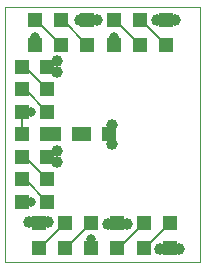
<source format=gtl>
G75*
%MOIN*%
%OFA0B0*%
%FSLAX24Y24*%
%IPPOS*%
%LPD*%
%AMOC8*
5,1,8,0,0,1.08239X$1,22.5*
%
%ADD10C,0.0000*%
%ADD11R,0.0472X0.0472*%
%ADD12C,0.0397*%
%ADD13C,0.0060*%
%ADD14C,0.0317*%
D10*
X002392Y002517D02*
X002392Y011017D01*
X008892Y011017D01*
X008892Y002517D01*
X002392Y002517D01*
D11*
X003517Y002978D03*
X003517Y003805D03*
X003805Y004517D03*
X003805Y005267D03*
X003805Y006017D03*
X003805Y006767D03*
X004041Y006767D03*
X003805Y007517D03*
X003805Y008267D03*
X003805Y009017D03*
X003392Y009728D03*
X002978Y009017D03*
X002978Y008267D03*
X002978Y007517D03*
X002978Y006767D03*
X002978Y006017D03*
X002978Y005267D03*
X002978Y004517D03*
X004392Y003805D03*
X004392Y002978D03*
X005267Y002978D03*
X005267Y003805D03*
X006142Y003805D03*
X006142Y002978D03*
X007017Y002978D03*
X007017Y003805D03*
X007892Y003805D03*
X007892Y002978D03*
X005868Y006767D03*
X005041Y006767D03*
X004868Y006767D03*
X005142Y009728D03*
X005142Y010555D03*
X004267Y010555D03*
X004267Y009728D03*
X003392Y010555D03*
X006017Y010555D03*
X006017Y009728D03*
X006892Y009728D03*
X006892Y010555D03*
X007767Y010555D03*
X007767Y009728D03*
D12*
X008079Y010579D03*
X007454Y010579D03*
X005454Y010579D03*
X004892Y010579D03*
X004142Y009204D03*
X004142Y008829D03*
X005954Y007079D03*
X005954Y006454D03*
X004142Y006204D03*
X004142Y005829D03*
X003829Y003829D03*
X003204Y003829D03*
X005829Y003767D03*
X006454Y003767D03*
X007579Y002954D03*
X008204Y002954D03*
D13*
X007916Y002954D01*
X007892Y002978D01*
X007868Y002954D01*
X007579Y002954D01*
X007065Y002978D02*
X007892Y003805D01*
X007017Y003805D02*
X006190Y002978D01*
X006142Y002978D01*
X006180Y003767D02*
X006142Y003805D01*
X006103Y003767D01*
X005829Y003767D01*
X006180Y003767D02*
X006454Y003767D01*
X007017Y002978D02*
X007065Y002978D01*
X005267Y002978D02*
X005267Y003267D01*
X005267Y003805D02*
X004440Y002978D01*
X004392Y002978D01*
X003565Y002978D02*
X004392Y003805D01*
X003829Y003829D02*
X003541Y003829D01*
X003517Y003805D01*
X003493Y003829D01*
X003204Y003829D01*
X003267Y004517D02*
X002978Y004517D01*
X002978Y005267D02*
X003055Y005267D01*
X003805Y004517D01*
X003805Y005267D02*
X003055Y006017D01*
X002978Y006017D01*
X002978Y006767D02*
X002978Y007517D01*
X003267Y007517D01*
X003805Y007517D02*
X003055Y008267D01*
X002978Y008267D01*
X002978Y009017D02*
X003055Y009017D01*
X003805Y008267D01*
X003993Y008829D02*
X003805Y009017D01*
X003993Y008829D02*
X004142Y008829D01*
X004142Y009204D01*
X004267Y009728D02*
X003440Y010555D01*
X003392Y010555D01*
X003392Y010017D02*
X003392Y009728D01*
X004267Y010555D02*
X004315Y010555D01*
X005142Y009728D01*
X005142Y010555D02*
X005166Y010579D01*
X005454Y010579D01*
X005142Y010555D02*
X005118Y010579D01*
X004892Y010579D01*
X006017Y010555D02*
X006065Y010555D01*
X006892Y009728D01*
X006892Y010555D02*
X006940Y010555D01*
X007767Y009728D01*
X007767Y010555D02*
X007791Y010579D01*
X008079Y010579D01*
X007767Y010555D02*
X007743Y010579D01*
X007454Y010579D01*
X006017Y010017D02*
X006017Y009728D01*
X005954Y007079D02*
X005954Y006454D01*
X005868Y006767D02*
X005954Y006853D01*
X005954Y007079D01*
X005041Y006767D02*
X004868Y006767D01*
X004142Y006204D02*
X004142Y005829D01*
X003993Y005829D01*
X003805Y006017D01*
X003805Y006767D02*
X004041Y006767D01*
X003565Y002978D02*
X003517Y002978D01*
D14*
X003267Y004517D03*
X005267Y003267D03*
X003267Y007517D03*
X003392Y010017D03*
X006017Y010017D03*
M02*

</source>
